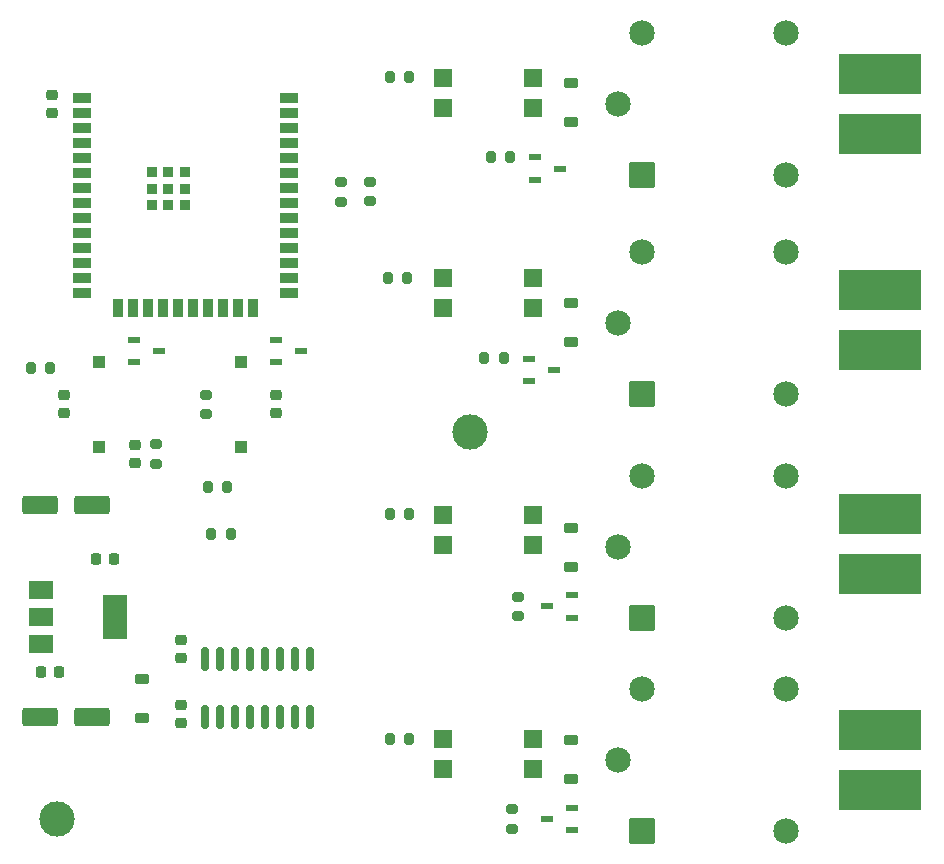
<source format=gbr>
%TF.GenerationSoftware,KiCad,Pcbnew,7.0.1*%
%TF.CreationDate,2023-08-30T01:48:52-03:00*%
%TF.ProjectId,IOT-V2,494f542d-5632-42e6-9b69-6361645f7063,rev?*%
%TF.SameCoordinates,Original*%
%TF.FileFunction,Soldermask,Top*%
%TF.FilePolarity,Negative*%
%FSLAX46Y46*%
G04 Gerber Fmt 4.6, Leading zero omitted, Abs format (unit mm)*
G04 Created by KiCad (PCBNEW 7.0.1) date 2023-08-30 01:48:52*
%MOMM*%
%LPD*%
G01*
G04 APERTURE LIST*
G04 Aperture macros list*
%AMRoundRect*
0 Rectangle with rounded corners*
0 $1 Rounding radius*
0 $2 $3 $4 $5 $6 $7 $8 $9 X,Y pos of 4 corners*
0 Add a 4 corners polygon primitive as box body*
4,1,4,$2,$3,$4,$5,$6,$7,$8,$9,$2,$3,0*
0 Add four circle primitives for the rounded corners*
1,1,$1+$1,$2,$3*
1,1,$1+$1,$4,$5*
1,1,$1+$1,$6,$7*
1,1,$1+$1,$8,$9*
0 Add four rect primitives between the rounded corners*
20,1,$1+$1,$2,$3,$4,$5,0*
20,1,$1+$1,$4,$5,$6,$7,0*
20,1,$1+$1,$6,$7,$8,$9,0*
20,1,$1+$1,$8,$9,$2,$3,0*%
G04 Aperture macros list end*
%ADD10C,0.700000*%
%ADD11R,7.000000X3.500000*%
%ADD12C,3.000000*%
%ADD13R,1.600000X1.600000*%
%ADD14R,1.000760X0.599440*%
%ADD15RoundRect,0.218750X0.256250X-0.218750X0.256250X0.218750X-0.256250X0.218750X-0.256250X-0.218750X0*%
%ADD16RoundRect,0.225000X0.375000X-0.225000X0.375000X0.225000X-0.375000X0.225000X-0.375000X-0.225000X0*%
%ADD17R,1.500000X0.900000*%
%ADD18R,0.900000X1.500000*%
%ADD19R,0.900000X0.900000*%
%ADD20RoundRect,0.250000X-1.250000X-0.550000X1.250000X-0.550000X1.250000X0.550000X-1.250000X0.550000X0*%
%ADD21RoundRect,0.200000X-0.200000X-0.275000X0.200000X-0.275000X0.200000X0.275000X-0.200000X0.275000X0*%
%ADD22RoundRect,0.200000X-0.275000X0.200000X-0.275000X-0.200000X0.275000X-0.200000X0.275000X0.200000X0*%
%ADD23RoundRect,0.200000X0.275000X-0.200000X0.275000X0.200000X-0.275000X0.200000X-0.275000X-0.200000X0*%
%ADD24RoundRect,0.225000X-0.225000X-0.250000X0.225000X-0.250000X0.225000X0.250000X-0.225000X0.250000X0*%
%ADD25RoundRect,0.200000X0.200000X0.275000X-0.200000X0.275000X-0.200000X-0.275000X0.200000X-0.275000X0*%
%ADD26RoundRect,0.225000X-0.250000X0.225000X-0.250000X-0.225000X0.250000X-0.225000X0.250000X0.225000X0*%
%ADD27R,2.000000X1.500000*%
%ADD28R,2.000000X3.800000*%
%ADD29RoundRect,0.225000X0.250000X-0.225000X0.250000X0.225000X-0.250000X0.225000X-0.250000X-0.225000X0*%
%ADD30RoundRect,0.225000X-0.375000X0.225000X-0.375000X-0.225000X0.375000X-0.225000X0.375000X0.225000X0*%
%ADD31RoundRect,0.225000X0.225000X0.250000X-0.225000X0.250000X-0.225000X-0.250000X0.225000X-0.250000X0*%
%ADD32RoundRect,0.102000X0.975000X-0.975000X0.975000X0.975000X-0.975000X0.975000X-0.975000X-0.975000X0*%
%ADD33C,2.154000*%
%ADD34R,1.000760X1.000760*%
%ADD35RoundRect,0.150000X0.150000X-0.825000X0.150000X0.825000X-0.150000X0.825000X-0.150000X-0.825000X0*%
G04 APERTURE END LIST*
D10*
%TO.C,J7*%
X162558500Y-113400000D03*
X163178500Y-113400000D03*
X163778500Y-113400000D03*
X164398500Y-113400000D03*
X162558500Y-112800000D03*
X163178500Y-112800000D03*
X163778500Y-112800000D03*
X164398500Y-112800000D03*
D11*
X164638500Y-112540000D03*
D10*
X162538500Y-112200000D03*
X163158500Y-112200000D03*
X163758500Y-112200000D03*
X164378500Y-112200000D03*
X162558500Y-111600000D03*
X163178500Y-111600000D03*
X163778500Y-111600000D03*
X164398500Y-111600000D03*
X162558500Y-108300000D03*
X163178500Y-108300000D03*
X163778500Y-108300000D03*
X164398500Y-108300000D03*
X162558500Y-107700000D03*
X163178500Y-107700000D03*
X163778500Y-107700000D03*
X164398500Y-107700000D03*
D11*
X164638500Y-107460000D03*
D10*
X162558500Y-107100000D03*
X163178500Y-107100000D03*
X163778500Y-107100000D03*
X164398500Y-107100000D03*
X162558500Y-106500000D03*
X163178500Y-106500000D03*
X163778500Y-106500000D03*
X164398500Y-106500000D03*
%TD*%
%TO.C,J6*%
X162630000Y-95150000D03*
X163250000Y-95150000D03*
X163850000Y-95150000D03*
X164470000Y-95150000D03*
X162630000Y-94550000D03*
X163250000Y-94550000D03*
X163850000Y-94550000D03*
X164470000Y-94550000D03*
D11*
X164710000Y-94290000D03*
D10*
X162610000Y-93950000D03*
X163230000Y-93950000D03*
X163830000Y-93950000D03*
X164450000Y-93950000D03*
X162630000Y-93350000D03*
X163250000Y-93350000D03*
X163850000Y-93350000D03*
X164470000Y-93350000D03*
X162630000Y-90050000D03*
X163250000Y-90050000D03*
X163850000Y-90050000D03*
X164470000Y-90050000D03*
X162630000Y-89450000D03*
X163250000Y-89450000D03*
X163850000Y-89450000D03*
X164470000Y-89450000D03*
D11*
X164710000Y-89210000D03*
D10*
X162630000Y-88850000D03*
X163250000Y-88850000D03*
X163850000Y-88850000D03*
X164470000Y-88850000D03*
X162630000Y-88250000D03*
X163250000Y-88250000D03*
X163850000Y-88250000D03*
X164470000Y-88250000D03*
%TD*%
%TO.C,J5*%
X162630000Y-76150000D03*
X163250000Y-76150000D03*
X163850000Y-76150000D03*
X164470000Y-76150000D03*
X162630000Y-75550000D03*
X163250000Y-75550000D03*
X163850000Y-75550000D03*
X164470000Y-75550000D03*
D11*
X164710000Y-75290000D03*
D10*
X162610000Y-74950000D03*
X163230000Y-74950000D03*
X163830000Y-74950000D03*
X164450000Y-74950000D03*
X162630000Y-74350000D03*
X163250000Y-74350000D03*
X163850000Y-74350000D03*
X164470000Y-74350000D03*
X162630000Y-71050000D03*
X163250000Y-71050000D03*
X163850000Y-71050000D03*
X164470000Y-71050000D03*
X162630000Y-70450000D03*
X163250000Y-70450000D03*
X163850000Y-70450000D03*
X164470000Y-70450000D03*
D11*
X164710000Y-70210000D03*
D10*
X162630000Y-69850000D03*
X163250000Y-69850000D03*
X163850000Y-69850000D03*
X164470000Y-69850000D03*
X162630000Y-69250000D03*
X163250000Y-69250000D03*
X163850000Y-69250000D03*
X164470000Y-69250000D03*
%TD*%
%TO.C,J4*%
X162630000Y-57900000D03*
X163250000Y-57900000D03*
X163850000Y-57900000D03*
X164470000Y-57900000D03*
X162630000Y-57300000D03*
X163250000Y-57300000D03*
X163850000Y-57300000D03*
X164470000Y-57300000D03*
D11*
X164710000Y-57040000D03*
D10*
X162610000Y-56700000D03*
X163230000Y-56700000D03*
X163830000Y-56700000D03*
X164450000Y-56700000D03*
X162630000Y-56100000D03*
X163250000Y-56100000D03*
X163850000Y-56100000D03*
X164470000Y-56100000D03*
X162630000Y-52800000D03*
X163250000Y-52800000D03*
X163850000Y-52800000D03*
X164470000Y-52800000D03*
X162630000Y-52200000D03*
X163250000Y-52200000D03*
X163850000Y-52200000D03*
X164470000Y-52200000D03*
D11*
X164710000Y-51960000D03*
D10*
X162630000Y-51600000D03*
X163250000Y-51600000D03*
X163850000Y-51600000D03*
X164470000Y-51600000D03*
X162630000Y-51000000D03*
X163250000Y-51000000D03*
X163850000Y-51000000D03*
X164470000Y-51000000D03*
%TD*%
D12*
%TO.C,H1*%
X130000000Y-82250000D03*
%TD*%
D13*
%TO.C,U6*%
X127690000Y-89230000D03*
X127690000Y-91770000D03*
X135310000Y-91770000D03*
X135310000Y-89230000D03*
%TD*%
D14*
%TO.C,Q1*%
X101508360Y-74447500D03*
X103621640Y-75400000D03*
X101508360Y-76352500D03*
%TD*%
D15*
%TO.C,LED1*%
X101565000Y-84900000D03*
X101565000Y-83325000D03*
%TD*%
D16*
%TO.C,D4*%
X138500000Y-56000000D03*
X138500000Y-52700000D03*
%TD*%
D17*
%TO.C,U1*%
X97150000Y-55215000D03*
X97150000Y-57755000D03*
X97150000Y-59025000D03*
X97150000Y-56485000D03*
X97150000Y-60295000D03*
X97150000Y-61565000D03*
X97150000Y-62835000D03*
X97150000Y-64105000D03*
X97150000Y-65375000D03*
X97150000Y-66645000D03*
X97150000Y-67915000D03*
X97150000Y-69185000D03*
X97150000Y-70455000D03*
D18*
X101455000Y-71705000D03*
X110345000Y-71705000D03*
X111615000Y-71705000D03*
D17*
X114650000Y-70455000D03*
X114650000Y-69185000D03*
X114650000Y-67915000D03*
X114650000Y-66645000D03*
D18*
X102725000Y-71705000D03*
X103995000Y-71705000D03*
X105265000Y-71705000D03*
X106535000Y-71705000D03*
X107805000Y-71705000D03*
X109075000Y-71705000D03*
D17*
X114650000Y-65375000D03*
X114650000Y-64105000D03*
X114650000Y-55215000D03*
X114650000Y-62835000D03*
X114650000Y-56485000D03*
X114650000Y-59025000D03*
X114650000Y-57755000D03*
X114650000Y-60295000D03*
X97150000Y-53945000D03*
D18*
X100185000Y-71705000D03*
D19*
X103000000Y-60265000D03*
X103000000Y-61665000D03*
X103000000Y-63065000D03*
X104400000Y-60265000D03*
X104400000Y-61665000D03*
X104400000Y-63065000D03*
X105800000Y-60265000D03*
X105800000Y-61665000D03*
X105800000Y-63065000D03*
D17*
X114650000Y-53945000D03*
X114650000Y-61565000D03*
%TD*%
D14*
%TO.C,Q5*%
X134943360Y-76047500D03*
X137056640Y-77000000D03*
X134943360Y-77952500D03*
%TD*%
D20*
%TO.C,C7*%
X93570000Y-88400000D03*
X97970000Y-88400000D03*
%TD*%
D21*
%TO.C,R12*%
X123175000Y-108200000D03*
X124825000Y-108200000D03*
%TD*%
D22*
%TO.C,R1*%
X119030000Y-61100000D03*
X119030000Y-62750000D03*
%TD*%
D20*
%TO.C,C6*%
X93570000Y-106400000D03*
X97970000Y-106400000D03*
%TD*%
D21*
%TO.C,R11*%
X131175000Y-76000000D03*
X132825000Y-76000000D03*
%TD*%
%TO.C,R3*%
X107745000Y-86900000D03*
X109395000Y-86900000D03*
%TD*%
%TO.C,R16*%
X122975000Y-69200000D03*
X124625000Y-69200000D03*
%TD*%
D22*
%TO.C,R2*%
X121500000Y-61075000D03*
X121500000Y-62725000D03*
%TD*%
D23*
%TO.C,R7*%
X103400000Y-84925000D03*
X103400000Y-83275000D03*
%TD*%
D14*
%TO.C,Q4*%
X135500000Y-59000000D03*
X137613280Y-59952500D03*
X135500000Y-60905000D03*
%TD*%
D16*
%TO.C,D5*%
X138500000Y-74650000D03*
X138500000Y-71350000D03*
%TD*%
D13*
%TO.C,U5*%
X127690000Y-69230000D03*
X127690000Y-71770000D03*
X135310000Y-71770000D03*
X135310000Y-69230000D03*
%TD*%
D22*
%TO.C,R15*%
X133500000Y-114175000D03*
X133500000Y-115825000D03*
%TD*%
%TO.C,R14*%
X134000000Y-96175000D03*
X134000000Y-97825000D03*
%TD*%
D24*
%TO.C,C8*%
X98295000Y-93000000D03*
X99845000Y-93000000D03*
%TD*%
D13*
%TO.C,U4*%
X127690000Y-52230000D03*
X127690000Y-54770000D03*
X135310000Y-54770000D03*
X135310000Y-52230000D03*
%TD*%
D25*
%TO.C,R4*%
X109720000Y-90900000D03*
X108070000Y-90900000D03*
%TD*%
D12*
%TO.C,H2*%
X95000000Y-115000000D03*
%TD*%
D26*
%TO.C,C3*%
X105530000Y-99825000D03*
X105530000Y-101375000D03*
%TD*%
D27*
%TO.C,U3*%
X93620000Y-95600000D03*
X93620000Y-97900000D03*
D28*
X99920000Y-97900000D03*
D27*
X93620000Y-100200000D03*
%TD*%
D29*
%TO.C,C4*%
X95570000Y-80675000D03*
X95570000Y-79125000D03*
%TD*%
D30*
%TO.C,D1*%
X102200000Y-103150000D03*
X102200000Y-106450000D03*
%TD*%
D14*
%TO.C,Q7*%
X138556640Y-115952500D03*
X136443360Y-115000000D03*
X138556640Y-114047500D03*
%TD*%
D29*
%TO.C,C2*%
X105530000Y-106875000D03*
X105530000Y-105325000D03*
%TD*%
D16*
%TO.C,D7*%
X138500000Y-111650000D03*
X138500000Y-108350000D03*
%TD*%
D31*
%TO.C,C9*%
X95145000Y-102600000D03*
X93595000Y-102600000D03*
%TD*%
D32*
%TO.C,K7*%
X144500000Y-116000000D03*
D33*
X142500000Y-110000000D03*
X144500000Y-104000000D03*
X156700000Y-104000000D03*
X156700000Y-116000000D03*
%TD*%
D32*
%TO.C,K4*%
X144500000Y-60500000D03*
D33*
X142500000Y-54500000D03*
X144500000Y-48500000D03*
X156700000Y-48500000D03*
X156700000Y-60500000D03*
%TD*%
D32*
%TO.C,K3*%
X144500000Y-98000000D03*
D33*
X142500000Y-92000000D03*
X144500000Y-86000000D03*
X156700000Y-86000000D03*
X156700000Y-98000000D03*
%TD*%
D21*
%TO.C,R8*%
X123175000Y-52200000D03*
X124825000Y-52200000D03*
%TD*%
D13*
%TO.C,U7*%
X127690000Y-108230000D03*
X127690000Y-110770000D03*
X135310000Y-110770000D03*
X135310000Y-108230000D03*
%TD*%
D21*
%TO.C,R10*%
X123175000Y-89200000D03*
X124825000Y-89200000D03*
%TD*%
D14*
%TO.C,Q2*%
X113513360Y-74447500D03*
X115626640Y-75400000D03*
X113513360Y-76352500D03*
%TD*%
%TO.C,Q6*%
X138556640Y-97952500D03*
X136443360Y-97000000D03*
X138556640Y-96047500D03*
%TD*%
D26*
%TO.C,C5*%
X113570000Y-79125000D03*
X113570000Y-80675000D03*
%TD*%
D25*
%TO.C,R5*%
X94425000Y-76800000D03*
X92775000Y-76800000D03*
%TD*%
D32*
%TO.C,K5*%
X144500000Y-79000000D03*
D33*
X142500000Y-73000000D03*
X144500000Y-67000000D03*
X156700000Y-67000000D03*
X156700000Y-79000000D03*
%TD*%
D34*
%TO.C,SW2*%
X110570000Y-83499180D03*
X110570000Y-76300820D03*
%TD*%
D26*
%TO.C,C1*%
X94600000Y-53725000D03*
X94600000Y-55275000D03*
%TD*%
D35*
%TO.C,U2*%
X107530000Y-106375000D03*
X108800000Y-106375000D03*
X110070000Y-106375000D03*
X111340000Y-106375000D03*
X112610000Y-106375000D03*
X113880000Y-106375000D03*
X115150000Y-106375000D03*
X116420000Y-106375000D03*
X116420000Y-101425000D03*
X115150000Y-101425000D03*
X113880000Y-101425000D03*
X112610000Y-101425000D03*
X111340000Y-101425000D03*
X110070000Y-101425000D03*
X108800000Y-101425000D03*
X107530000Y-101425000D03*
%TD*%
D16*
%TO.C,D6*%
X138500000Y-93650000D03*
X138500000Y-90350000D03*
%TD*%
D21*
%TO.C,R9*%
X131731640Y-58952500D03*
X133381640Y-58952500D03*
%TD*%
D34*
%TO.C,SW1*%
X98570000Y-76300820D03*
X98570000Y-83499180D03*
%TD*%
D22*
%TO.C,R6*%
X107570000Y-79075000D03*
X107570000Y-80725000D03*
%TD*%
M02*

</source>
